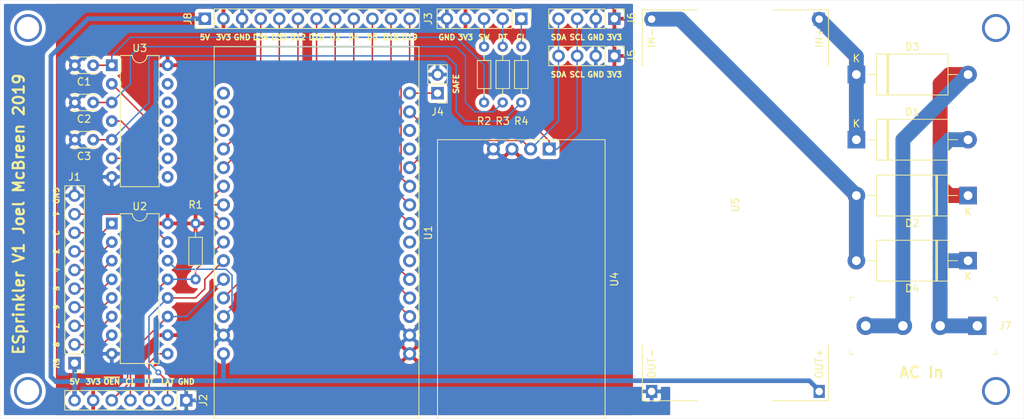
<source format=kicad_pcb>
(kicad_pcb (version 20171130) (host pcbnew "(5.1.4)-1")
  (layers (0 F.Cu signal hide) (31 B.Cu signal hide) (34 B.Paste user) (35 F.Paste user) (36 B.SilkS user) (37 F.SilkS user) (38 B.Mask user) (39 F.Mask user) (44 Edge.Cuts user))
  (net 0 "")
  (net 1 SAFE_MODE_SEL)
  (net 2 SCL)
  (net 3 "Net-(U1-Pad28)")
  (net 4 "Net-(U1-Pad27)")
  (net 5 SDA)
  (net 6 "Net-(U1-Pad22)")
  (net 7 "Net-(U1-Pad21)")
  (net 8 GND)
  (net 9 SHIFTR_SER)
  (net 10 SHIFTR_CLK)
  (net 11 SHIFTR_LAT)
  (net 12 ~SHIFTR_EN)
  (net 13 ROT_CL_U)
  (net 14 ROT_DT_U)
  (net 15 ROT_SW_U)
  (net 16 "Net-(U1-Pad3)")
  (net 17 "Net-(U1-Pad2)")
  (net 18 "Net-(U1-Pad1)")
  (net 19 "Net-(J1-Pad8)")
  (net 20 "Net-(J1-Pad7)")
  (net 21 "Net-(J1-Pad6)")
  (net 22 "Net-(J1-Pad5)")
  (net 23 "Net-(J1-Pad4)")
  (net 24 "Net-(J1-Pad3)")
  (net 25 "Net-(J1-Pad2)")
  (net 26 SHIFTR_OVR)
  (net 27 "Net-(J1-Pad9)")
  (net 28 "Net-(C1-Pad1)")
  (net 29 "Net-(C2-Pad1)")
  (net 30 "Net-(C3-Pad1)")
  (net 31 +5V)
  (net 32 +3V3)
  (net 33 ROT_SW)
  (net 34 ROT_DT)
  (net 35 ROT_CL)
  (net 36 24VAC+)
  (net 37 "Net-(D1-Pad1)")
  (net 38 "Net-(D2-Pad2)")
  (net 39 24VAC-)
  (net 40 D19)
  (net 41 D18)
  (net 42 D12)
  (net 43 D35)
  (net 44 D34)
  (net 45 D5)
  (net 46 D4)
  (net 47 D2)
  (net 48 D15)
  (module SprinklerPCB:DS3231_RTC_Horizontal_4P_BatteryUp (layer F.Cu) (at 115.57 104.14 90)
    (fp_text reference U4 (at 0 12.7 90) (layer F.SilkS))
    (fp_text value DS3231Module)
    (pad 4 thru_hole circle (at 17.78 -3.81 90) (size 1.778 1.778) (drill 1.016) (layers *.Cu *.Mask) (net 8 GND))
    (pad 3 thru_hole circle (at 17.78 -1.27 90) (size 1.778 1.778) (drill 1.016) (layers *.Cu *.Mask) (net 32 +3V3))
    (pad 2 thru_hole circle (at 17.78 1.27 90) (size 1.778 1.778) (drill 1.016) (layers *.Cu *.Mask) (net 5 SDA))
    (pad 1 thru_hole rect (at 17.78 3.81 90) (size 1.778 1.778) (drill 1.016) (layers *.Cu *.Mask) (net 2 SCL))
  )
  (module Package_DIP:DIP-14_W7.62mm (layer F.Cu) (at 59.69 74.93)
    (fp_text reference U3 (at 3.81 -2.33) (layer F.SilkS))
    (fp_text value 40106)
    (pad 14 thru_hole oval (at 7.62 0) (size 1.6 1.6) (drill 0.8) (layers *.Cu *.Mask) (net 32 +3V3))
    (pad 7 thru_hole oval (at 0 15.24) (size 1.6 1.6) (drill 0.8) (layers *.Cu *.Mask) (net 8 GND))
    (pad 13 thru_hole oval (at 7.62 2.54) (size 1.6 1.6) (drill 0.8) (layers *.Cu *.Mask))
    (pad 6 thru_hole oval (at 0 12.7) (size 1.6 1.6) (drill 0.8) (layers *.Cu *.Mask) (net 13 ROT_CL_U))
    (pad 12 thru_hole oval (at 7.62 5.08) (size 1.6 1.6) (drill 0.8) (layers *.Cu *.Mask))
    (pad 5 thru_hole oval (at 0 10.16) (size 1.6 1.6) (drill 0.8) (layers *.Cu *.Mask) (net 30 "Net-(C3-Pad1)"))
    (pad 11 thru_hole oval (at 7.62 7.62) (size 1.6 1.6) (drill 0.8) (layers *.Cu *.Mask))
    (pad 4 thru_hole oval (at 0 7.62) (size 1.6 1.6) (drill 0.8) (layers *.Cu *.Mask) (net 14 ROT_DT_U))
    (pad 10 thru_hole oval (at 7.62 10.16) (size 1.6 1.6) (drill 0.8) (layers *.Cu *.Mask))
    (pad 3 thru_hole oval (at 0 5.08) (size 1.6 1.6) (drill 0.8) (layers *.Cu *.Mask) (net 29 "Net-(C2-Pad1)"))
    (pad 9 thru_hole oval (at 7.62 12.7) (size 1.6 1.6) (drill 0.8) (layers *.Cu *.Mask))
    (pad 2 thru_hole oval (at 0 2.54) (size 1.6 1.6) (drill 0.8) (layers *.Cu *.Mask) (net 15 ROT_SW_U))
    (pad 8 thru_hole oval (at 7.62 15.24) (size 1.6 1.6) (drill 0.8) (layers *.Cu *.Mask))
    (pad 1 thru_hole rect (at 0 0) (size 1.6 1.6) (drill 0.8) (layers *.Cu *.Mask) (net 28 "Net-(C1-Pad1)"))
  )
  (module Resistor_THT:R_Axial_DIN0204_L3.6mm_D1.6mm_P7.62mm_Horizontal (layer F.Cu) (at 110.49 80.01 90)
    (fp_text reference R2 (at -2.54 0 180) (layer F.SilkS))
    (fp_text value 10k)
    (pad 2 thru_hole oval (at 7.62 0 90) (size 1.4 1.4) (drill 0.7) (layers *.Cu *.Mask) (net 33 ROT_SW))
    (pad 1 thru_hole circle (at 0 0 90) (size 1.4 1.4) (drill 0.7) (layers *.Cu *.Mask) (net 28 "Net-(C1-Pad1)"))
  )
  (module Connector_PinHeader_2.54mm:PinHeader_1x12_P2.54mm_Vertical (layer F.Cu) (at 72.39 68.58 90)
    (fp_text reference J8 (at 0 -2.33 90) (layer F.SilkS))
    (fp_text value Conn_01x12_Male)
    (pad 12 thru_hole oval (at 0 27.94 90) (size 1.7 1.7) (drill 1) (layers *.Cu *.Mask) (net 40 D19))
    (pad 11 thru_hole oval (at 0 25.4 90) (size 1.7 1.7) (drill 1) (layers *.Cu *.Mask) (net 41 D18))
    (pad 10 thru_hole oval (at 0 22.86 90) (size 1.7 1.7) (drill 1) (layers *.Cu *.Mask) (net 45 D5))
    (pad 9 thru_hole oval (at 0 20.32 90) (size 1.7 1.7) (drill 1) (layers *.Cu *.Mask) (net 46 D4))
    (pad 8 thru_hole oval (at 0 17.78 90) (size 1.7 1.7) (drill 1) (layers *.Cu *.Mask) (net 47 D2))
    (pad 7 thru_hole oval (at 0 15.24 90) (size 1.7 1.7) (drill 1) (layers *.Cu *.Mask) (net 48 D15))
    (pad 6 thru_hole oval (at 0 12.7 90) (size 1.7 1.7) (drill 1) (layers *.Cu *.Mask) (net 42 D12))
    (pad 5 thru_hole oval (at 0 10.16 90) (size 1.7 1.7) (drill 1) (layers *.Cu *.Mask) (net 43 D35))
    (pad 4 thru_hole oval (at 0 7.62 90) (size 1.7 1.7) (drill 1) (layers *.Cu *.Mask) (net 44 D34))
    (pad 3 thru_hole oval (at 0 5.08 90) (size 1.7 1.7) (drill 1) (layers *.Cu *.Mask) (net 8 GND))
    (pad 2 thru_hole oval (at 0 2.54 90) (size 1.7 1.7) (drill 1) (layers *.Cu *.Mask) (net 32 +3V3))
    (pad 1 thru_hole rect (at 0 0 90) (size 1.7 1.7) (drill 1) (layers *.Cu *.Mask) (net 31 +5V))
  )
  (module Connector_PinHeader_2.54mm:PinHeader_1x07_P2.54mm_Vertical (layer F.Cu) (at 69.85 120.65 270)
    (fp_text reference J2 (at 0 -2.33 90) (layer F.SilkS))
    (fp_text value Conn_01x07_Male)
    (pad 7 thru_hole oval (at 0 15.24 270) (size 1.7 1.7) (drill 1) (layers *.Cu *.Mask) (net 31 +5V))
    (pad 6 thru_hole oval (at 0 12.7 270) (size 1.7 1.7) (drill 1) (layers *.Cu *.Mask) (net 32 +3V3))
    (pad 5 thru_hole oval (at 0 10.16 270) (size 1.7 1.7) (drill 1) (layers *.Cu *.Mask) (net 12 ~SHIFTR_EN))
    (pad 4 thru_hole oval (at 0 7.62 270) (size 1.7 1.7) (drill 1) (layers *.Cu *.Mask) (net 10 SHIFTR_CLK))
    (pad 3 thru_hole oval (at 0 5.08 270) (size 1.7 1.7) (drill 1) (layers *.Cu *.Mask) (net 26 SHIFTR_OVR))
    (pad 2 thru_hole oval (at 0 2.54 270) (size 1.7 1.7) (drill 1) (layers *.Cu *.Mask) (net 11 SHIFTR_LAT))
    (pad 1 thru_hole rect (at 0 0 270) (size 1.7 1.7) (drill 1) (layers *.Cu *.Mask) (net 8 GND))
  )
  (module Connector_PinHeader_2.54mm:PinHeader_1x04_P2.54mm_Vertical (layer F.Cu) (at 128.27 68.58 270)
    (fp_text reference J6 (at 0 -2.33 90) (layer F.SilkS))
    (fp_text value Conn_01x04_Male)
    (pad 4 thru_hole oval (at 0 7.62 270) (size 1.7 1.7) (drill 1) (layers *.Cu *.Mask) (net 5 SDA))
    (pad 3 thru_hole oval (at 0 5.08 270) (size 1.7 1.7) (drill 1) (layers *.Cu *.Mask) (net 2 SCL))
    (pad 2 thru_hole oval (at 0 2.54 270) (size 1.7 1.7) (drill 1) (layers *.Cu *.Mask) (net 8 GND))
    (pad 1 thru_hole rect (at 0 0 270) (size 1.7 1.7) (drill 1) (layers *.Cu *.Mask) (net 32 +3V3))
  )
  (module Connector_PinHeader_2.54mm:PinHeader_1x04_P2.54mm_Vertical (layer F.Cu) (at 128.27 73.66 270)
    (fp_text reference J5 (at 0 -2.33 90) (layer F.SilkS))
    (fp_text value Conn_01x04_Male)
    (pad 4 thru_hole oval (at 0 7.62 270) (size 1.7 1.7) (drill 1) (layers *.Cu *.Mask) (net 5 SDA))
    (pad 3 thru_hole oval (at 0 5.08 270) (size 1.7 1.7) (drill 1) (layers *.Cu *.Mask) (net 2 SCL))
    (pad 2 thru_hole oval (at 0 2.54 270) (size 1.7 1.7) (drill 1) (layers *.Cu *.Mask) (net 8 GND))
    (pad 1 thru_hole rect (at 0 0 270) (size 1.7 1.7) (drill 1) (layers *.Cu *.Mask) (net 32 +3V3))
  )
  (module Connector_PinHeader_2.54mm:PinHeader_1x05_P2.54mm_Vertical (layer F.Cu) (at 115.57 68.58 270)
    (fp_text reference J3 (at 0 12.7 270) (layer F.SilkS))
    (fp_text value Conn_01x05_Male)
    (pad 5 thru_hole oval (at 0 10.16 270) (size 1.7 1.7) (drill 1) (layers *.Cu *.Mask) (net 8 GND))
    (pad 4 thru_hole oval (at 0 7.62 270) (size 1.7 1.7) (drill 1) (layers *.Cu *.Mask) (net 32 +3V3))
    (pad 3 thru_hole oval (at 0 5.08 270) (size 1.7 1.7) (drill 1) (layers *.Cu *.Mask) (net 33 ROT_SW))
    (pad 2 thru_hole oval (at 0 2.54 270) (size 1.7 1.7) (drill 1) (layers *.Cu *.Mask) (net 34 ROT_DT))
    (pad 1 thru_hole rect (at 0 0 270) (size 1.7 1.7) (drill 1) (layers *.Cu *.Mask) (net 35 ROT_CL))
  )
  (module Connector_PinHeader_2.54mm:PinHeader_1x02_P2.54mm_Vertical (layer F.Cu) (at 104.14 78.74 180)
    (fp_text reference J4 (at 0 -2.54 180) (layer F.SilkS))
    (fp_text value Conn_01x02_Male)
    (pad 2 thru_hole oval (at 0 2.54 180) (size 1.7 1.7) (drill 1) (layers *.Cu *.Mask) (net 8 GND))
    (pad 1 thru_hole rect (at 0 0 180) (size 1.7 1.7) (drill 1) (layers *.Cu *.Mask) (net 1 SAFE_MODE_SEL))
  )
  (module Connector_PinHeader_2.54mm:PinHeader_1x10_P2.54mm_Vertical (layer F.Cu) (at 54.61 115.57 180)
    (fp_text reference J1 (at 0 25.4) (layer F.SilkS))
    (fp_text value Conn_01x10_Male)
    (pad 10 thru_hole oval (at 0 22.86 180) (size 1.7 1.7) (drill 1) (layers *.Cu *.Mask) (net 8 GND))
    (pad 9 thru_hole oval (at 0 20.32 180) (size 1.7 1.7) (drill 1) (layers *.Cu *.Mask) (net 27 "Net-(J1-Pad9)"))
    (pad 8 thru_hole oval (at 0 17.78 180) (size 1.7 1.7) (drill 1) (layers *.Cu *.Mask) (net 19 "Net-(J1-Pad8)"))
    (pad 7 thru_hole oval (at 0 15.24 180) (size 1.7 1.7) (drill 1) (layers *.Cu *.Mask) (net 20 "Net-(J1-Pad7)"))
    (pad 6 thru_hole oval (at 0 12.7 180) (size 1.7 1.7) (drill 1) (layers *.Cu *.Mask) (net 21 "Net-(J1-Pad6)"))
    (pad 5 thru_hole oval (at 0 10.16 180) (size 1.7 1.7) (drill 1) (layers *.Cu *.Mask) (net 22 "Net-(J1-Pad5)"))
    (pad 4 thru_hole oval (at 0 7.62 180) (size 1.7 1.7) (drill 1) (layers *.Cu *.Mask) (net 23 "Net-(J1-Pad4)"))
    (pad 3 thru_hole oval (at 0 5.08 180) (size 1.7 1.7) (drill 1) (layers *.Cu *.Mask) (net 24 "Net-(J1-Pad3)"))
    (pad 2 thru_hole oval (at 0 2.54 180) (size 1.7 1.7) (drill 1) (layers *.Cu *.Mask) (net 25 "Net-(J1-Pad2)"))
    (pad 1 thru_hole rect (at 0 0 180) (size 1.7 1.7) (drill 1) (layers *.Cu *.Mask) (net 31 +5V))
  )
  (module Digi-Key:Term_Block_1x4_P5.08mm (layer F.Cu) (at 177.8 110.49 180)
    (fp_text reference J7 (at -3.81 0) (layer F.SilkS))
    (fp_text value Conn_01x04_Male)
    (pad 4 thru_hole circle (at 15.24 0 180) (size 2.5 2.5) (drill 1.3) (layers *.Cu *.Mask) (net 39 24VAC-))
    (pad 3 thru_hole circle (at 10.16 0 180) (size 2.5 2.5) (drill 1.3) (layers *.Cu *.Mask) (net 39 24VAC-))
    (pad 2 thru_hole circle (at 5.08 0 180) (size 2.5 2.5) (drill 1.3) (layers *.Cu *.Mask) (net 36 24VAC+))
    (pad 1 thru_hole rect (at 0 0 180) (size 2.5 2.5) (drill 1.3) (layers *.Cu *.Mask) (net 36 24VAC+))
  )
  (module SprinklerPCB:AdjustableStepDownConvertor (layer F.Cu) (at 144.78 94.040001 270)
    (fp_text reference U5 (at -0.060001 0 90) (layer F.SilkS))
    (fp_text value AdjustableStepDownConvertor)
    (fp_text user IN- (at -22.86 11.43 90) (layer F.SilkS))
    (fp_text user OUT- (at 21.59 11.43 90) (layer F.SilkS))
    (fp_text user OUT+ (at 21.59 -11.43 90) (layer F.SilkS))
    (fp_text user IN+ (at -22.86 -11.43 90) (layer F.SilkS))
    (pad 4 thru_hole rect (at -25.4 11.43 270) (size 1.778 1.524) (drill 1.016) (layers *.Cu *.Mask) (net 38 "Net-(D2-Pad2)"))
    (pad 3 thru_hole rect (at 25.4 11.43 270) (size 1.778 1.524) (drill 1.016) (layers *.Cu *.Mask) (net 8 GND))
    (pad 2 thru_hole rect (at 25.4 -11.43 270) (size 1.778 1.524) (drill 1.016) (layers *.Cu *.Mask) (net 31 +5V))
    (pad 1 thru_hole rect (at -25.4 -11.43 270) (size 1.778 1.524) (drill 1.016) (layers *.Cu *.Mask) (net 37 "Net-(D1-Pad1)"))
  )
  (module Diode_THT:D_DO-27_P15.24mm_Horizontal (layer F.Cu) (at 176.53 101.6 180)
    (fp_text reference D4 (at 7.62 -3.785) (layer F.SilkS))
    (fp_text value IN5404)
    (fp_text user K (at 0 -2.2) (layer F.SilkS))
    (pad 2 thru_hole oval (at 15.24 0 180) (size 2.4 2.4) (drill 1.2) (layers *.Cu *.Mask) (net 38 "Net-(D2-Pad2)"))
    (pad 1 thru_hole rect (at 0 0 180) (size 2.4 2.4) (drill 1.2) (layers *.Cu *.Mask) (net 36 24VAC+))
  )
  (module Diode_THT:D_DO-27_P15.24mm_Horizontal (layer F.Cu) (at 161.29 76.2)
    (fp_text reference D3 (at 7.62 -3.785) (layer F.SilkS))
    (fp_text value IN5404)
    (fp_text user K (at 0 -2.2) (layer F.SilkS))
    (pad 2 thru_hole oval (at 15.24 0) (size 2.4 2.4) (drill 1.2) (layers *.Cu *.Mask) (net 39 24VAC-))
    (pad 1 thru_hole rect (at 0 0) (size 2.4 2.4) (drill 1.2) (layers *.Cu *.Mask) (net 37 "Net-(D1-Pad1)"))
  )
  (module Diode_THT:D_DO-27_P15.24mm_Horizontal (layer F.Cu) (at 176.53 92.71 180)
    (fp_text reference D2 (at 7.62 -3.785) (layer F.SilkS))
    (fp_text value IN5404)
    (fp_text user K (at 0 -2.2) (layer F.SilkS))
    (pad 2 thru_hole oval (at 15.24 0 180) (size 2.4 2.4) (drill 1.2) (layers *.Cu *.Mask) (net 38 "Net-(D2-Pad2)"))
    (pad 1 thru_hole rect (at 0 0 180) (size 2.4 2.4) (drill 1.2) (layers *.Cu *.Mask) (net 39 24VAC-))
  )
  (module Diode_THT:D_DO-27_P15.24mm_Horizontal (layer F.Cu) (at 161.29 85.09)
    (fp_text reference D1 (at 7.62 -3.785) (layer F.SilkS))
    (fp_text value IN5404)
    (fp_text user K (at 0 -2.2) (layer F.SilkS))
    (pad 2 thru_hole oval (at 15.24 0) (size 2.4 2.4) (drill 1.2) (layers *.Cu *.Mask) (net 36 24VAC+))
    (pad 1 thru_hole rect (at 0 0) (size 2.4 2.4) (drill 1.2) (layers *.Cu *.Mask) (net 37 "Net-(D1-Pad1)"))
  )
  (module SprinklerPCB:ESP32_DEVKIT_V1 (layer F.Cu) (at 87.63 97.79 270)
    (fp_text reference U1 (at 0 -15.24 90) (layer F.SilkS))
    (fp_text value Esp32DevKitV1)
    (pad 30 thru_hole circle (at -19.05 -12.7 270) (size 1.778 1.778) (drill 1.016) (layers *.Cu *.Mask) (net 1 SAFE_MODE_SEL))
    (pad 29 thru_hole circle (at -16.51 -12.7 270) (size 1.778 1.778) (drill 1.016) (layers *.Cu *.Mask) (net 2 SCL))
    (pad 28 thru_hole circle (at -13.97 -12.7 270) (size 1.778 1.778) (drill 1.016) (layers *.Cu *.Mask) (net 3 "Net-(U1-Pad28)"))
    (pad 27 thru_hole circle (at -11.43 -12.7 270) (size 1.778 1.778) (drill 1.016) (layers *.Cu *.Mask) (net 4 "Net-(U1-Pad27)"))
    (pad 26 thru_hole circle (at -8.89 -12.7 270) (size 1.778 1.778) (drill 1.016) (layers *.Cu *.Mask) (net 5 SDA))
    (pad 25 thru_hole circle (at -6.35 -12.7 270) (size 1.778 1.778) (drill 1.016) (layers *.Cu *.Mask) (net 40 D19))
    (pad 24 thru_hole circle (at -3.81 -12.7 270) (size 1.778 1.778) (drill 1.016) (layers *.Cu *.Mask) (net 41 D18))
    (pad 23 thru_hole circle (at -1.27 -12.7 270) (size 1.778 1.778) (drill 1.016) (layers *.Cu *.Mask) (net 45 D5))
    (pad 22 thru_hole circle (at 1.27 -12.7 270) (size 1.778 1.778) (drill 1.016) (layers *.Cu *.Mask) (net 6 "Net-(U1-Pad22)"))
    (pad 21 thru_hole circle (at 3.81 -12.7 270) (size 1.778 1.778) (drill 1.016) (layers *.Cu *.Mask) (net 7 "Net-(U1-Pad21)"))
    (pad 20 thru_hole circle (at 6.35 -12.7 270) (size 1.778 1.778) (drill 1.016) (layers *.Cu *.Mask) (net 46 D4))
    (pad 19 thru_hole circle (at 8.89 -12.7 270) (size 1.778 1.778) (drill 1.016) (layers *.Cu *.Mask) (net 47 D2))
    (pad 18 thru_hole circle (at 11.43 -12.7 270) (size 1.778 1.778) (drill 1.016) (layers *.Cu *.Mask) (net 48 D15))
    (pad 17 thru_hole circle (at 13.97 -12.7 270) (size 1.778 1.778) (drill 1.016) (layers *.Cu *.Mask) (net 8 GND))
    (pad 16 thru_hole circle (at 16.51 -12.7 270) (size 1.778 1.778) (drill 1.016) (layers *.Cu *.Mask) (net 32 +3V3))
    (pad 15 thru_hole circle (at 16.51 12.7 270) (size 1.778 1.778) (drill 1.016) (layers *.Cu *.Mask) (net 31 +5V))
    (pad 14 thru_hole circle (at 13.97 12.7 270) (size 1.778 1.778) (drill 1.016) (layers *.Cu *.Mask) (net 8 GND))
    (pad 13 thru_hole circle (at 11.43 12.7 270) (size 1.778 1.778) (drill 1.016) (layers *.Cu *.Mask) (net 9 SHIFTR_SER))
    (pad 12 thru_hole circle (at 8.89 12.7 270) (size 1.778 1.778) (drill 1.016) (layers *.Cu *.Mask) (net 42 D12))
    (pad 11 thru_hole circle (at 6.35 12.7 270) (size 1.778 1.778) (drill 1.016) (layers *.Cu *.Mask) (net 10 SHIFTR_CLK))
    (pad 10 thru_hole circle (at 3.81 12.7 270) (size 1.778 1.778) (drill 1.016) (layers *.Cu *.Mask) (net 11 SHIFTR_LAT))
    (pad 9 thru_hole circle (at 1.27 12.7 270) (size 1.778 1.778) (drill 1.016) (layers *.Cu *.Mask) (net 12 ~SHIFTR_EN))
    (pad 8 thru_hole circle (at -1.27 12.7 270) (size 1.778 1.778) (drill 1.016) (layers *.Cu *.Mask) (net 13 ROT_CL_U))
    (pad 7 thru_hole circle (at -3.81 12.7 270) (size 1.778 1.778) (drill 1.016) (layers *.Cu *.Mask) (net 14 ROT_DT_U))
    (pad 6 thru_hole circle (at -6.35 12.7 270) (size 1.778 1.778) (drill 1.016) (layers *.Cu *.Mask) (net 15 ROT_SW_U))
    (pad 5 thru_hole circle (at -8.89 12.7 270) (size 1.778 1.778) (drill 1.016) (layers *.Cu *.Mask) (net 43 D35))
    (pad 4 thru_hole circle (at -11.43 12.7 270) (size 1.778 1.778) (drill 1.016) (layers *.Cu *.Mask) (net 44 D34))
    (pad 3 thru_hole circle (at -13.97 12.7 270) (size 1.778 1.778) (drill 1.016) (layers *.Cu *.Mask) (net 16 "Net-(U1-Pad3)"))
    (pad 2 thru_hole circle (at -16.51 12.7 270) (size 1.778 1.778) (drill 1.016) (layers *.Cu *.Mask) (net 17 "Net-(U1-Pad2)"))
    (pad 1 thru_hole circle (at -19.05 12.7 270) (size 1.778 1.778) (drill 1.016) (layers *.Cu *.Mask) (net 18 "Net-(U1-Pad1)"))
  )
  (module Package_DIP:DIP-16_W7.62mm (layer F.Cu) (at 59.69 96.52)
    (fp_text reference U2 (at 3.81 -2.33) (layer F.SilkS))
    (fp_text value 74HC595)
    (pad 16 thru_hole oval (at 7.62 0) (size 1.6 1.6) (drill 0.8) (layers *.Cu *.Mask) (net 32 +3V3))
    (pad 8 thru_hole oval (at 0 17.78) (size 1.6 1.6) (drill 0.8) (layers *.Cu *.Mask) (net 8 GND))
    (pad 15 thru_hole oval (at 7.62 2.54) (size 1.6 1.6) (drill 0.8) (layers *.Cu *.Mask) (net 27 "Net-(J1-Pad9)"))
    (pad 7 thru_hole oval (at 0 15.24) (size 1.6 1.6) (drill 0.8) (layers *.Cu *.Mask) (net 25 "Net-(J1-Pad2)"))
    (pad 14 thru_hole oval (at 7.62 5.08) (size 1.6 1.6) (drill 0.8) (layers *.Cu *.Mask) (net 9 SHIFTR_SER))
    (pad 6 thru_hole oval (at 0 12.7) (size 1.6 1.6) (drill 0.8) (layers *.Cu *.Mask) (net 24 "Net-(J1-Pad3)"))
    (pad 13 thru_hole oval (at 7.62 7.62) (size 1.6 1.6) (drill 0.8) (layers *.Cu *.Mask) (net 12 ~SHIFTR_EN))
    (pad 5 thru_hole oval (at 0 10.16) (size 1.6 1.6) (drill 0.8) (layers *.Cu *.Mask) (net 23 "Net-(J1-Pad4)"))
    (pad 12 thru_hole oval (at 7.62 10.16) (size 1.6 1.6) (drill 0.8) (layers *.Cu *.Mask) (net 11 SHIFTR_LAT))
    (pad 4 thru_hole oval (at 0 7.62) (size 1.6 1.6) (drill 0.8) (layers *.Cu *.Mask) (net 22 "Net-(J1-Pad5)"))
    (pad 11 thru_hole oval (at 7.62 12.7) (size 1.6 1.6) (drill 0.8) (layers *.Cu *.Mask) (net 10 SHIFTR_CLK))
    (pad 3 thru_hole oval (at 0 5.08) (size 1.6 1.6) (drill 0.8) (layers *.Cu *.Mask) (net 21 "Net-(J1-Pad6)"))
    (pad 10 thru_hole oval (at 7.62 15.24) (size 1.6 1.6) (drill 0.8) (layers *.Cu *.Mask) (net 32 +3V3))
    (pad 2 thru_hole oval (at 0 2.54) (size 1.6 1.6) (drill 0.8) (layers *.Cu *.Mask) (net 20 "Net-(J1-Pad7)"))
    (pad 9 thru_hole oval (at 7.62 17.78) (size 1.6 1.6) (drill 0.8) (layers *.Cu *.Mask) (net 26 SHIFTR_OVR))
    (pad 1 thru_hole rect (at 0 0) (size 1.6 1.6) (drill 0.8) (layers *.Cu *.Mask) (net 19 "Net-(J1-Pad8)"))
  )
  (module Resistor_THT:R_Axial_DIN0204_L3.6mm_D1.6mm_P7.62mm_Horizontal (layer F.Cu) (at 115.57 80.01 90)
    (fp_text reference R4 (at -2.54 0 180) (layer F.SilkS))
    (fp_text value 10k)
    (pad 2 thru_hole oval (at 7.62 0 90) (size 1.4 1.4) (drill 0.7) (layers *.Cu *.Mask) (net 35 ROT_CL))
    (pad 1 thru_hole circle (at 0 0 90) (size 1.4 1.4) (drill 0.7) (layers *.Cu *.Mask) (net 30 "Net-(C3-Pad1)"))
  )
  (module Resistor_THT:R_Axial_DIN0204_L3.6mm_D1.6mm_P7.62mm_Horizontal (layer F.Cu) (at 113.03 80.01 90)
    (fp_text reference R3 (at -2.54 0 180) (layer F.SilkS))
    (fp_text value 10k)
    (pad 2 thru_hole oval (at 7.62 0 90) (size 1.4 1.4) (drill 0.7) (layers *.Cu *.Mask) (net 34 ROT_DT))
    (pad 1 thru_hole circle (at 0 0 90) (size 1.4 1.4) (drill 0.7) (layers *.Cu *.Mask) (net 29 "Net-(C2-Pad1)"))
  )
  (module Resistor_THT:R_Axial_DIN0204_L3.6mm_D1.6mm_P7.62mm_Horizontal (layer F.Cu) (at 71.12 104.14 90)
    (fp_text reference R1 (at 10.16 0 180) (layer F.SilkS))
    (fp_text value 47k)
    (pad 2 thru_hole oval (at 7.62 0 90) (size 1.4 1.4) (drill 0.7) (layers *.Cu *.Mask) (net 32 +3V3))
    (pad 1 thru_hole circle (at 0 0 90) (size 1.4 1.4) (drill 0.7) (layers *.Cu *.Mask) (net 12 ~SHIFTR_EN))
  )
  (module Capacitor_THT:C_Disc_D3.0mm_W2.0mm_P2.50mm (layer F.Cu) (at 57.15 85.09 180)
    (fp_text reference C3 (at 1.25 -2.25) (layer F.SilkS))
    (fp_text value 10n)
    (pad 2 thru_hole circle (at 2.5 0 180) (size 1.6 1.6) (drill 0.8) (layers *.Cu *.Mask) (net 8 GND))
    (pad 1 thru_hole circle (at 0 0 180) (size 1.6 1.6) (drill 0.8) (layers *.Cu *.Mask) (net 30 "Net-(C3-Pad1)"))
  )
  (module Capacitor_THT:C_Disc_D3.0mm_W2.0mm_P2.50mm (layer F.Cu) (at 57.15 80.01 180)
    (fp_text reference C2 (at 1.25 -2.25) (layer F.SilkS))
    (fp_text value 10n)
    (pad 2 thru_hole circle (at 2.5 0 180) (size 1.6 1.6) (drill 0.8) (layers *.Cu *.Mask) (net 8 GND))
    (pad 1 thru_hole circle (at 0 0 180) (size 1.6 1.6) (drill 0.8) (layers *.Cu *.Mask) (net 29 "Net-(C2-Pad1)"))
  )
  (module Capacitor_THT:C_Disc_D3.0mm_W2.0mm_P2.50mm (layer F.Cu) (at 57.15 74.93 180)
    (fp_text reference C1 (at 1.25 -2.25) (layer F.SilkS))
    (fp_text value 10n)
    (pad 2 thru_hole circle (at 2.5 0 180) (size 1.6 1.6) (drill 0.8) (layers *.Cu *.Mask) (net 8 GND))
    (pad 1 thru_hole circle (at 0 0 180) (size 1.6 1.6) (drill 0.8) (layers *.Cu *.Mask) (net 28 "Net-(C1-Pad1)"))
  )
  (gr_text SAFE (at 106.68 77.47 90) (layer F.SilkS) (effects (font (size 0.738 0.738) (thickness 0.1845))))
  (gr_text 5V (at 54.61 118.11) (layer F.SilkS) (effects (font (size 0.738 0.738) (thickness 0.1845))))
  (gr_text 3V3 (at 57.15 118.11) (layer F.SilkS) (effects (font (size 0.738 0.738) (thickness 0.1845))))
  (gr_text ~OEN (at 59.69 118.11) (layer F.SilkS) (effects (font (size 0.738 0.738) (thickness 0.1845))))
  (gr_text CL (at 62.23 118.11) (layer F.SilkS) (effects (font (size 0.738 0.738) (thickness 0.1845))))
  (gr_text DT (at 64.77 118.11) (layer F.SilkS) (effects (font (size 0.738 0.738) (thickness 0.1845))))
  (gr_text LAT (at 67.31 118.11) (layer F.SilkS) (effects (font (size 0.738 0.738) (thickness 0.1845))))
  (gr_text GND (at 69.85 118.11) (layer F.SilkS) (effects (font (size 0.738 0.738) (thickness 0.1845))))
  (gr_text 5V (at 52.07 115.57 -90) (layer F.SilkS) (effects (font (size 0.738 0.738) (thickness 0.1845))))
  (gr_text 8 (at 52.07 113.03 -90) (layer F.SilkS) (effects (font (size 0.738 0.738) (thickness 0.1845))))
  (gr_text 7 (at 52.07 110.49 -90) (layer F.SilkS) (effects (font (size 0.738 0.738) (thickness 0.1845))))
  (gr_text 6 (at 52.07 107.95 -90) (layer F.SilkS) (effects (font (size 0.738 0.738) (thickness 0.1845))))
  (gr_text 5 (at 52.07 105.41 -90) (layer F.SilkS) (effects (font (size 0.738 0.738) (thickness 0.1845))))
  (gr_text 4 (at 52.07 102.87 -90) (layer F.SilkS) (effects (font (size 0.738 0.738) (thickness 0.1845))))
  (gr_text 3 (at 52.07 100.33 -90) (layer F.SilkS) (effects (font (size 0.738 0.738) (thickness 0.1845))))
  (gr_text 2 (at 52.07 97.79 -90) (layer F.SilkS) (effects (font (size 0.738 0.738) (thickness 0.1845))))
  (gr_text 1 (at 52.07 95.25 -90) (layer F.SilkS) (effects (font (size 0.738 0.738) (thickness 0.1845))))
  (gr_text GND (at 52.07 92.71 270) (layer F.SilkS) (effects (font (size 0.738 0.738) (thickness 0.1845))))
  (gr_text SDA (at 120.65 76.2) (layer F.SilkS) (effects (font (size 0.738 0.738) (thickness 0.1845))))
  (gr_text SCL (at 123.19 76.2) (layer F.SilkS) (effects (font (size 0.738 0.738) (thickness 0.1845))))
  (gr_text 3V3 (at 128.27 76.2) (layer F.SilkS) (effects (font (size 0.738 0.738) (thickness 0.1845))))
  (gr_text GND (at 125.73 76.2) (layer F.SilkS) (effects (font (size 0.738 0.738) (thickness 0.1845))))
  (gr_text CL (at 115.57 71.12) (layer F.SilkS) (effects (font (size 0.738 0.738) (thickness 0.1845))))
  (gr_text 3V3 (at 128.27 71.12) (layer F.SilkS) (effects (font (size 0.738 0.738) (thickness 0.1845))))
  (gr_text GND (at 125.73 71.12) (layer F.SilkS) (effects (font (size 0.738 0.738) (thickness 0.1845))))
  (gr_text SCL (at 123.19 71.12) (layer F.SilkS) (effects (font (size 0.738 0.738) (thickness 0.1845))))
  (gr_text SDA (at 120.65 71.12) (layer F.SilkS) (effects (font (size 0.738 0.738) (thickness 0.1845))))
  (gr_text DT (at 113.03 71.12) (layer F.SilkS) (effects (font (size 0.738 0.738) (thickness 0.1845))))
  (gr_text SW (at 110.49 71.12) (layer F.SilkS) (effects (font (size 0.738 0.738) (thickness 0.1845))))
  (gr_text 3V3 (at 107.95 71.12) (layer F.SilkS) (effects (font (size 0.738 0.738) (thickness 0.1845))))
  (gr_text GND (at 105.41 71.12) (layer F.SilkS) (effects (font (size 0.738 0.738) (thickness 0.1845))))
  (gr_text D19 (at 100.33 71.12) (layer F.SilkS) (effects (font (size 0.738 0.738) (thickness 0.1845))))
  (gr_text D18 (at 97.79 71.12) (layer F.SilkS) (effects (font (size 0.738 0.738) (thickness 0.1845))))
  (gr_text D5 (at 95.25 71.12) (layer F.SilkS) (effects (font (size 0.738 0.738) (thickness 0.1845))))
  (gr_text D4 (at 92.71 71.12) (layer F.SilkS) (effects (font (size 0.738 0.738) (thickness 0.1845))))
  (gr_text D2 (at 90.17 71.12) (layer F.SilkS) (effects (font (size 0.738 0.738) (thickness 0.1845))))
  (gr_text D15 (at 87.63 71.12) (layer F.SilkS) (effects (font (size 0.738 0.738) (thickness 0.1845))))
  (gr_text D12 (at 85.09 71.12) (layer F.SilkS) (effects (font (size 0.738 0.738) (thickness 0.1845))))
  (gr_text D35 (at 82.55 71.12) (layer F.SilkS) (effects (font (size 0.738 0.738) (thickness 0.1845))))
  (gr_text D34 (at 80.01 71.12) (layer F.SilkS) (effects (font (size 0.738 0.738) (thickness 0.1845))))
  (gr_text GND (at 77.47 71.12) (layer F.SilkS) (effects (font (size 0.738 0.738) (thickness 0.1845))))
  (gr_text 3V3 (at 74.93 71.12) (layer F.SilkS) (effects (font (size 0.738 0.738) (thickness 0.1845))))
  (gr_text 5V (at 72.39 71.12) (layer F.SilkS) (effects (font (size 0.738 0.738) (thickness 0.1845))))
  (gr_text "AC In" (at 170.18 116.84) (layer F.SilkS) (effects (font (size 1.5 1.5) (thickness 0.3))))
  (gr_text "ESprinkler V1 Joel McBreen 2019" (at 46.99 95.25 90) (layer F.SilkS) (effects (font (size 1.5 1.5) (thickness 0.3))))
  (gr_line (start 44.45 66.04) (end 44.45 123.19) (layer Edge.Cuts) (width 0.0254))
  (gr_line (start 184.15 66.04) (end 44.45 66.04) (layer Edge.Cuts) (width 0.0254))
  (gr_line (start 184.15 123.19) (end 184.15 66.04) (layer Edge.Cuts) (width 0.0254))
  (gr_line (start 44.45 123.19) (end 184.15 123.19) (layer Edge.Cuts) (width 0.0254))
  (via (at 48.26 69.85) (size 3.81) (drill 3.048) (layers F.Cu B.Cu) (net 0))
  (via (at 48.26 119.38) (size 3.81) (drill 3.048) (layers F.Cu B.Cu) (net 0))
  (via (at 180.34 119.38) (size 3.81) (drill 3.048) (layers F.Cu B.Cu) (net 0))
  (via (at 180.34 69.85) (size 3.81) (drill 3.048) (layers F.Cu B.Cu) (net 0))
  (segment (start 100.33 78.74) (end 104.14 78.74) (width 0.2032) (layer F.Cu) (net 1))
  (segment (start 102.87 83.82) (end 100.33 81.28) (width 0.2032) (layer F.Cu) (net 2))
  (segment (start 117.9322 83.82) (end 102.87 83.82) (width 0.2032) (layer F.Cu) (net 2))
  (segment (start 119.38 86.36) (end 119.38 85.2678) (width 0.2032) (layer F.Cu) (net 2))
  (segment (start 119.38 85.2678) (end 117.9322 83.82) (width 0.2032) (layer F.Cu) (net 2))
  (segment (start 120.4722 86.36) (end 119.38 86.36) (width 0.2032) (layer B.Cu) (net 2))
  (segment (start 123.19 83.6422) (end 120.4722 86.36) (width 0.2032) (layer B.Cu) (net 2))
  (segment (start 123.19 73.66) (end 123.19 83.6422) (width 0.2032) (layer B.Cu) (net 2))
  (segment (start 123.19 68.58) (end 123.19 73.66) (width 0.2032) (layer B.Cu) (net 2))
  (segment (start 101.218999 88.011001) (end 100.33 88.9) (width 0.2032) (layer F.Cu) (net 5))
  (segment (start 104.038401 85.191599) (end 101.218999 88.011001) (width 0.2032) (layer F.Cu) (net 5))
  (segment (start 115.671599 85.191599) (end 104.038401 85.191599) (width 0.2032) (layer F.Cu) (net 5))
  (segment (start 116.84 86.36) (end 115.671599 85.191599) (width 0.2032) (layer F.Cu) (net 5))
  (segment (start 120.65 82.55) (end 116.84 86.36) (width 0.2032) (layer B.Cu) (net 5))
  (segment (start 120.65 73.66) (end 120.65 82.55) (width 0.2032) (layer B.Cu) (net 5))
  (segment (start 120.65 68.58) (end 120.65 73.66) (width 0.2032) (layer B.Cu) (net 5))
  (segment (start 133.35 119.440001) (end 133.35 119.567001) (width 0.2032) (layer F.Cu) (net 8))
  (segment (start 68.109999 102.399999) (end 67.31 101.6) (width 0.2032) (layer B.Cu) (net 9))
  (segment (start 68.478401 102.768401) (end 68.109999 102.399999) (width 0.2032) (layer B.Cu) (net 9))
  (segment (start 75.287635 102.768401) (end 68.478401 102.768401) (width 0.2032) (layer B.Cu) (net 9))
  (segment (start 76.098401 103.579167) (end 75.287635 102.768401) (width 0.2032) (layer B.Cu) (net 9))
  (segment (start 76.098401 108.051599) (end 76.098401 103.579167) (width 0.2032) (layer B.Cu) (net 9))
  (segment (start 74.93 109.22) (end 76.098401 108.051599) (width 0.2032) (layer B.Cu) (net 9))
  (segment (start 62.23 114.3) (end 67.31 109.22) (width 0.2032) (layer F.Cu) (net 10))
  (segment (start 62.23 120.65) (end 62.23 114.3) (width 0.2032) (layer F.Cu) (net 10))
  (segment (start 69.85 109.22) (end 74.93 104.14) (width 0.2032) (layer B.Cu) (net 10))
  (segment (start 67.31 109.22) (end 69.85 109.22) (width 0.2032) (layer B.Cu) (net 10))
  (segment (start 67.31 120.65) (end 67.31 118.11) (width 0.2032) (layer F.Cu) (net 11))
  (segment (start 67.31 118.11) (end 66.04 116.84) (width 0.2032) (layer F.Cu) (net 11))
  (via (at 66.04 116.84) (size 0.8) (drill 0.4) (layers F.Cu B.Cu) (net 11))
  (segment (start 66.04 116.84) (end 64.77 115.57) (width 0.2032) (layer B.Cu) (net 11))
  (segment (start 64.77 109.22) (end 67.31 106.68) (width 0.2032) (layer B.Cu) (net 11))
  (segment (start 64.77 115.57) (end 64.77 109.22) (width 0.2032) (layer B.Cu) (net 11))
  (segment (start 74.93 101.6) (end 72.39 104.14) (width 0.2032) (layer F.Cu) (net 11))
  (segment (start 72.39 104.14) (end 72.39 105.41) (width 0.2032) (layer F.Cu) (net 11))
  (segment (start 72.39 105.41) (end 71.12 106.68) (width 0.2032) (layer F.Cu) (net 11))
  (segment (start 71.12 106.68) (end 67.31 106.68) (width 0.2032) (layer F.Cu) (net 11))
  (segment (start 60.539999 119.800001) (end 59.69 120.65) (width 0.2032) (layer F.Cu) (net 12))
  (segment (start 61.84899 118.49101) (end 60.539999 119.800001) (width 0.2032) (layer F.Cu) (net 12))
  (segment (start 61.84899 109.60101) (end 61.84899 118.49101) (width 0.2032) (layer F.Cu) (net 12))
  (segment (start 67.31 104.14) (end 61.84899 109.60101) (width 0.2032) (layer F.Cu) (net 12))
  (segment (start 71.12 102.87) (end 71.12 104.14) (width 0.2032) (layer F.Cu) (net 12))
  (segment (start 74.93 99.06) (end 71.12 102.87) (width 0.2032) (layer F.Cu) (net 12))
  (segment (start 71.12 104.14) (end 67.31 104.14) (width 0.2032) (layer B.Cu) (net 12))
  (segment (start 59.69 87.63) (end 60.96 87.63) (width 0.2032) (layer F.Cu) (net 13))
  (segment (start 74.041001 95.631001) (end 74.93 96.52) (width 0.2032) (layer F.Cu) (net 13))
  (segment (start 72.77101 94.36101) (end 74.041001 95.631001) (width 0.2032) (layer F.Cu) (net 13))
  (segment (start 67.69101 94.36101) (end 72.77101 94.36101) (width 0.2032) (layer F.Cu) (net 13))
  (segment (start 60.96 87.63) (end 67.69101 94.36101) (width 0.2032) (layer F.Cu) (net 13))
  (segment (start 59.69 82.55) (end 60.96 82.55) (width 0.2032) (layer F.Cu) (net 14))
  (segment (start 60.96 82.55) (end 63.5 85.09) (width 0.2032) (layer F.Cu) (net 14))
  (segment (start 63.5 85.09) (end 63.5 89.438829) (width 0.2032) (layer F.Cu) (net 14))
  (segment (start 68.041171 93.98) (end 74.93 93.98) (width 0.2032) (layer F.Cu) (net 14))
  (segment (start 63.5 89.438829) (end 68.041171 93.98) (width 0.2032) (layer F.Cu) (net 14))
  (segment (start 64.77 90.17) (end 66.04 91.44) (width 0.2032) (layer F.Cu) (net 15))
  (segment (start 59.69 77.47) (end 64.77 82.55) (width 0.2032) (layer F.Cu) (net 15))
  (segment (start 64.77 82.55) (end 64.77 90.17) (width 0.2032) (layer F.Cu) (net 15))
  (segment (start 74.93 91.44) (end 72.77101 93.59899) (width 0.2032) (layer F.Cu) (net 15))
  (segment (start 72.77101 93.59899) (end 68.58 93.59899) (width 0.2032) (layer F.Cu) (net 15))
  (segment (start 68.58 93.59899) (end 68.19899 93.59899) (width 0.2032) (layer F.Cu) (net 15))
  (segment (start 68.19899 93.59899) (end 66.04 91.44) (width 0.2032) (layer F.Cu) (net 15))
  (segment (start 58.42 97.79) (end 59.69 96.52) (width 0.2032) (layer F.Cu) (net 19))
  (segment (start 54.61 97.79) (end 58.42 97.79) (width 0.2032) (layer F.Cu) (net 19))
  (segment (start 58.42 100.33) (end 59.69 99.06) (width 0.2032) (layer F.Cu) (net 20))
  (segment (start 54.61 100.33) (end 58.42 100.33) (width 0.2032) (layer F.Cu) (net 20))
  (segment (start 58.42 102.87) (end 59.69 101.6) (width 0.2032) (layer F.Cu) (net 21))
  (segment (start 54.61 102.87) (end 58.42 102.87) (width 0.2032) (layer F.Cu) (net 21))
  (segment (start 58.42 105.41) (end 59.69 104.14) (width 0.2032) (layer F.Cu) (net 22))
  (segment (start 54.61 105.41) (end 58.42 105.41) (width 0.2032) (layer F.Cu) (net 22))
  (segment (start 58.42 107.95) (end 59.69 106.68) (width 0.2032) (layer F.Cu) (net 23))
  (segment (start 54.61 107.95) (end 58.42 107.95) (width 0.2032) (layer F.Cu) (net 23))
  (segment (start 58.42 110.49) (end 59.69 109.22) (width 0.2032) (layer F.Cu) (net 24))
  (segment (start 54.61 110.49) (end 58.42 110.49) (width 0.2032) (layer F.Cu) (net 24))
  (segment (start 58.42 113.03) (end 59.69 111.76) (width 0.2032) (layer F.Cu) (net 25))
  (segment (start 54.61 113.03) (end 58.42 113.03) (width 0.2032) (layer F.Cu) (net 25))
  (segment (start 67.31 114.3) (end 66.04 114.3) (width 0.2032) (layer F.Cu) (net 26))
  (segment (start 64.77 115.57) (end 64.77 120.65) (width 0.2032) (layer F.Cu) (net 26))
  (segment (start 66.04 114.3) (end 64.77 115.57) (width 0.2032) (layer F.Cu) (net 26))
  (segment (start 63.5 95.25) (end 67.31 99.06) (width 0.2032) (layer F.Cu) (net 27))
  (segment (start 54.61 95.25) (end 63.5 95.25) (width 0.2032) (layer F.Cu) (net 27))
  (segment (start 57.15 74.93) (end 59.69 74.93) (width 0.2032) (layer F.Cu) (net 28))
  (segment (start 110.49 80.01) (end 110.49 74.93) (width 0.2032) (layer B.Cu) (net 28))
  (segment (start 110.49 74.93) (end 106.68 71.12) (width 0.2032) (layer B.Cu) (net 28))
  (segment (start 106.68 71.12) (end 62.23 71.12) (width 0.2032) (layer B.Cu) (net 28))
  (segment (start 59.69 73.66) (end 59.69 74.93) (width 0.2032) (layer B.Cu) (net 28))
  (segment (start 62.23 71.12) (end 59.69 73.66) (width 0.2032) (layer B.Cu) (net 28))
  (segment (start 57.15 80.01) (end 59.69 80.01) (width 0.2032) (layer F.Cu) (net 29))
  (segment (start 62.23 73.66) (end 62.23 77.47) (width 0.2032) (layer B.Cu) (net 29))
  (segment (start 63.5 72.39) (end 62.23 73.66) (width 0.2032) (layer B.Cu) (net 29))
  (segment (start 111.76 81.28) (end 109.22 81.28) (width 0.2032) (layer B.Cu) (net 29))
  (segment (start 62.23 77.47) (end 59.69 80.01) (width 0.2032) (layer B.Cu) (net 29))
  (segment (start 109.22 81.28) (end 107.95 80.01) (width 0.2032) (layer B.Cu) (net 29))
  (segment (start 107.95 80.01) (end 107.95 73.66) (width 0.2032) (layer B.Cu) (net 29))
  (segment (start 107.95 73.66) (end 106.68 72.39) (width 0.2032) (layer B.Cu) (net 29))
  (segment (start 113.03 80.01) (end 111.76 81.28) (width 0.2032) (layer B.Cu) (net 29))
  (segment (start 106.68 72.39) (end 63.5 72.39) (width 0.2032) (layer B.Cu) (net 29))
  (segment (start 57.15 85.09) (end 59.69 85.09) (width 0.2032) (layer F.Cu) (net 30))
  (segment (start 64.77 80.01) (end 59.69 85.09) (width 0.2032) (layer B.Cu) (net 30))
  (segment (start 64.77 73.66) (end 64.77 80.01) (width 0.2032) (layer B.Cu) (net 30))
  (segment (start 113.03 82.55) (end 107.95 82.55) (width 0.2032) (layer B.Cu) (net 30))
  (segment (start 115.57 80.01) (end 113.03 82.55) (width 0.2032) (layer B.Cu) (net 30))
  (segment (start 107.95 82.55) (end 106.68 81.28) (width 0.2032) (layer B.Cu) (net 30))
  (segment (start 106.68 81.28) (end 106.68 74.93) (width 0.2032) (layer B.Cu) (net 30))
  (segment (start 106.68 74.93) (end 105.41 73.66) (width 0.2032) (layer B.Cu) (net 30))
  (segment (start 105.41 73.66) (end 64.77 73.66) (width 0.2032) (layer B.Cu) (net 30))
  (segment (start 74.93 117.849) (end 74.7995 117.9795) (width 0.635) (layer B.Cu) (net 31))
  (segment (start 74.93 114.3) (end 74.93 117.849) (width 0.635) (layer B.Cu) (net 31))
  (segment (start 54.7405 117.9795) (end 54.61 118.11) (width 0.635) (layer B.Cu) (net 31))
  (segment (start 74.7995 117.9795) (end 54.7405 117.9795) (width 0.635) (layer B.Cu) (net 31))
  (segment (start 54.61 118.11) (end 54.61 120.65) (width 0.635) (layer B.Cu) (net 31))
  (segment (start 52.07 118.11) (end 54.61 118.11) (width 0.635) (layer B.Cu) (net 31))
  (segment (start 51.38421 117.42421) (end 52.07 118.11) (width 0.635) (layer B.Cu) (net 31))
  (segment (start 51.38421 73.66) (end 51.38421 117.42421) (width 0.635) (layer B.Cu) (net 31))
  (segment (start 72.39 68.58) (end 56.46421 68.58) (width 0.635) (layer B.Cu) (net 31))
  (segment (start 56.46421 68.58) (end 51.38421 73.66) (width 0.635) (layer B.Cu) (net 31))
  (segment (start 152.336499 117.9795) (end 74.7995 117.9795) (width 0.635) (layer B.Cu) (net 31))
  (segment (start 154.876499 117.9795) (end 152.336499 117.9795) (width 0.635) (layer B.Cu) (net 31))
  (segment (start 156.21 119.440001) (end 156.21 119.313001) (width 0.635) (layer B.Cu) (net 31))
  (segment (start 156.21 119.313001) (end 154.876499 117.9795) (width 0.635) (layer B.Cu) (net 31))
  (segment (start 54.61 115.57) (end 54.61 118.11) (width 0.635) (layer B.Cu) (net 31))
  (segment (start 110.49 68.58) (end 110.49 72.39) (width 0.2032) (layer B.Cu) (net 33))
  (segment (start 113.03 68.58) (end 113.03 72.39) (width 0.2032) (layer B.Cu) (net 34))
  (segment (start 115.57 72.39) (end 115.57 68.58) (width 0.2032) (layer B.Cu) (net 35))
  (segment (start 173.298 101.6) (end 172.72 101.022) (width 2.032) (layer B.Cu) (net 36))
  (segment (start 176.53 101.6) (end 173.298 101.6) (width 2.032) (layer B.Cu) (net 36))
  (segment (start 176.53 85.09) (end 173.99 85.09) (width 2.032) (layer B.Cu) (net 36))
  (segment (start 173.99 85.09) (end 172.72 86.36) (width 2.032) (layer B.Cu) (net 36))
  (segment (start 172.72 86.36) (end 172.72 101.022) (width 2.032) (layer B.Cu) (net 36))
  (segment (start 172.72 101.022) (end 172.72 104.14) (width 2.032) (layer B.Cu) (net 36))
  (segment (start 172.72 104.14) (end 172.72 110.49) (width 2.032) (layer B.Cu) (net 36))
  (segment (start 172.72 110.49) (end 177.8 110.49) (width 2.032) (layer B.Cu) (net 36))
  (segment (start 161.29 85.09) (end 161.29 76.2) (width 2.032) (layer B.Cu) (net 37))
  (segment (start 161.29 73.720001) (end 156.21 68.640001) (width 2.032) (layer B.Cu) (net 37))
  (segment (start 161.29 76.2) (end 161.29 73.720001) (width 2.032) (layer B.Cu) (net 37))
  (segment (start 161.29 101.6) (end 161.29 92.71) (width 2.032) (layer B.Cu) (net 38))
  (segment (start 137.220001 68.640001) (end 161.29 92.71) (width 2.032) (layer B.Cu) (net 38))
  (segment (start 133.35 68.640001) (end 137.220001 68.640001) (width 2.032) (layer B.Cu) (net 38))
  (segment (start 176.53 76.2) (end 173.99 76.2) (width 2.032) (layer F.Cu) (net 39))
  (segment (start 176.53 92.71) (end 173.99 92.71) (width 2.032) (layer F.Cu) (net 39))
  (segment (start 173.99 92.71) (end 172.72 91.44) (width 2.032) (layer F.Cu) (net 39))
  (segment (start 173.99 76.2) (end 172.72 77.47) (width 2.032) (layer F.Cu) (net 39))
  (segment (start 172.72 85.09) (end 172.72 77.47) (width 2.032) (layer F.Cu) (net 39))
  (segment (start 172.72 91.44) (end 172.72 85.09) (width 2.032) (layer F.Cu) (net 39))
  (segment (start 162.56 110.49) (end 167.64 110.49) (width 2.032) (layer B.Cu) (net 39))
  (segment (start 167.64 85.09) (end 176.53 76.2) (width 2.032) (layer B.Cu) (net 39))
  (segment (start 167.64 110.49) (end 167.64 85.09) (width 2.032) (layer B.Cu) (net 39))
  (segment (start 100.33 68.58) (end 100.33 74.93) (width 0.2032) (layer F.Cu) (net 40))
  (segment (start 99.441001 90.551001) (end 100.33 91.44) (width 0.2032) (layer F.Cu) (net 40))
  (segment (start 99.161599 90.271599) (end 99.441001 90.551001) (width 0.2032) (layer F.Cu) (net 40))
  (segment (start 99.161599 76.098401) (end 99.161599 90.271599) (width 0.2032) (layer F.Cu) (net 40))
  (segment (start 100.33 74.93) (end 99.161599 76.098401) (width 0.2032) (layer F.Cu) (net 40))
  (segment (start 97.79 91.44) (end 100.33 93.98) (width 0.2032) (layer F.Cu) (net 41))
  (segment (start 97.79 68.58) (end 97.79 91.44) (width 0.2032) (layer F.Cu) (net 41))
  (segment (start 85.09 96.52) (end 74.93 106.68) (width 0.2032) (layer F.Cu) (net 42))
  (segment (start 85.09 68.58) (end 85.09 96.52) (width 0.2032) (layer F.Cu) (net 42))
  (segment (start 82.55 81.28) (end 74.93 88.9) (width 0.2032) (layer F.Cu) (net 43))
  (segment (start 82.55 68.58) (end 82.55 81.28) (width 0.2032) (layer F.Cu) (net 43))
  (segment (start 80.01 81.28) (end 74.93 86.36) (width 0.2032) (layer F.Cu) (net 44))
  (segment (start 80.01 68.58) (end 80.01 81.28) (width 0.2032) (layer F.Cu) (net 44))
  (segment (start 95.25 91.44) (end 100.33 96.52) (width 0.2032) (layer F.Cu) (net 45))
  (segment (start 95.25 68.58) (end 95.25 91.44) (width 0.2032) (layer F.Cu) (net 45))
  (segment (start 92.71 96.52) (end 100.33 104.14) (width 0.2032) (layer F.Cu) (net 46))
  (segment (start 92.71 68.58) (end 92.71 96.52) (width 0.2032) (layer F.Cu) (net 46))
  (segment (start 90.17 96.52) (end 100.33 106.68) (width 0.2032) (layer F.Cu) (net 47))
  (segment (start 90.17 68.58) (end 90.17 96.52) (width 0.2032) (layer F.Cu) (net 47))
  (segment (start 87.63 96.52) (end 100.33 109.22) (width 0.2032) (layer F.Cu) (net 48))
  (segment (start 87.63 68.58) (end 87.63 96.52) (width 0.2032) (layer F.Cu) (net 48))
  (zone (net 8) (net_name GND) (layer B.Cu) (connect_pads (clearance 0.508)) (min_thickness 0.254) (fill yes (arc_segments 32) (thermal_gap 0.508) (thermal_bridge_width 0.508))
    (polygon (pts (xy 43.18 64.77) (xy 130.81 64.77) (xy 130.81 118.11) (xy 135.89 118.11) (xy 135.89 124.46) (xy 43.18 124.46)))
  )
  (zone (net 32) (net_name +3V3) (layer F.Cu) (connect_pads (clearance 0.508)) (min_thickness 0.254) (fill yes (arc_segments 32) (thermal_gap 0.508) (thermal_bridge_width 0.508))
    (polygon (pts (xy 52.07 64.77) (xy 130.81 64.77) (xy 130.81 124.46) (xy 52.07 124.46)))
  )
)
</source>
